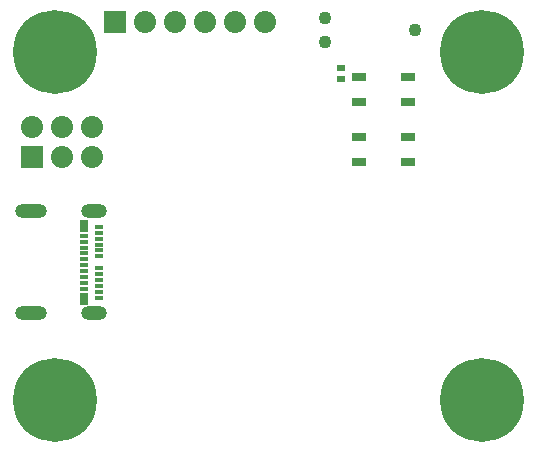
<source format=gts>
G04 Layer_Color=8388736*
%FSLAX25Y25*%
%MOIN*%
G70*
G01*
G75*
%ADD50R,0.04528X0.02953*%
%ADD51R,0.03150X0.04331*%
%ADD52R,0.03150X0.01575*%
%ADD53R,0.02559X0.02362*%
%ADD54C,0.04294*%
%ADD55C,0.27953*%
%ADD56C,0.07394*%
%ADD57R,0.07394X0.07394*%
%ADD58O,0.10630X0.04724*%
%ADD59O,0.08661X0.04724*%
D50*
X232669Y194268D02*
D03*
X216331D02*
D03*
X232669Y202732D02*
D03*
X216331D02*
D03*
Y222732D02*
D03*
X232669D02*
D03*
X216331Y214268D02*
D03*
X232669D02*
D03*
D51*
X124624Y173205D02*
D03*
Y148795D02*
D03*
D52*
Y169858D02*
D03*
Y167890D02*
D03*
Y165921D02*
D03*
Y163953D02*
D03*
Y161984D02*
D03*
Y160016D02*
D03*
Y158047D02*
D03*
Y156079D02*
D03*
Y154110D02*
D03*
Y152142D02*
D03*
X129743Y149189D02*
D03*
Y151157D02*
D03*
Y153126D02*
D03*
Y155095D02*
D03*
Y157063D02*
D03*
Y159031D02*
D03*
Y162969D02*
D03*
Y164937D02*
D03*
Y166905D02*
D03*
Y168874D02*
D03*
Y170843D02*
D03*
Y172811D02*
D03*
D53*
X210500Y225870D02*
D03*
Y222130D02*
D03*
D54*
X205000Y234500D02*
D03*
Y242500D02*
D03*
X235000Y238500D02*
D03*
D55*
X115000Y115000D02*
D03*
X257500Y231000D02*
D03*
Y115000D02*
D03*
X115000Y231000D02*
D03*
D56*
X127500Y206000D02*
D03*
Y196000D02*
D03*
X117500Y206000D02*
D03*
Y196000D02*
D03*
X107500Y206000D02*
D03*
X145000Y241000D02*
D03*
X155000D02*
D03*
X165000D02*
D03*
X175000D02*
D03*
X185000D02*
D03*
D57*
X107500Y196000D02*
D03*
X135000Y241000D02*
D03*
D58*
X107026Y143992D02*
D03*
Y178008D02*
D03*
D59*
X128128Y143992D02*
D03*
Y178008D02*
D03*
M02*

</source>
